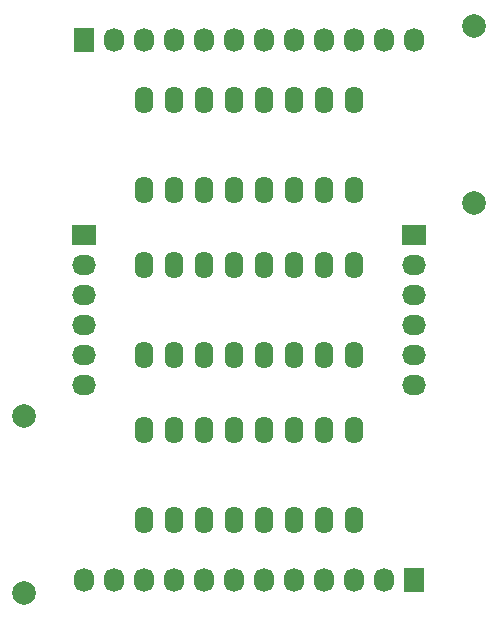
<source format=gbs>
G04 #@! TF.FileFunction,Soldermask,Bot*
%FSLAX46Y46*%
G04 Gerber Fmt 4.6, Leading zero omitted, Abs format (unit mm)*
G04 Created by KiCad (PCBNEW (2015-10-31 BZR 6288)-product) date Tuesday, November 24, 2015 'PMt' 10:06:46 PM*
%MOMM*%
G01*
G04 APERTURE LIST*
%ADD10C,0.100000*%
%ADD11R,2.032000X1.727200*%
%ADD12O,2.032000X1.727200*%
%ADD13R,1.727200X2.032000*%
%ADD14O,1.727200X2.032000*%
%ADD15C,1.998980*%
%ADD16O,1.600000X2.300000*%
G04 APERTURE END LIST*
D10*
D11*
X167640000Y-97790000D03*
D12*
X167640000Y-100330000D03*
X167640000Y-102870000D03*
X167640000Y-105410000D03*
X167640000Y-107950000D03*
X167640000Y-110490000D03*
D11*
X139700000Y-97790000D03*
D12*
X139700000Y-100330000D03*
X139700000Y-102870000D03*
X139700000Y-105410000D03*
X139700000Y-107950000D03*
X139700000Y-110490000D03*
D13*
X139700000Y-81280000D03*
D14*
X142240000Y-81280000D03*
X144780000Y-81280000D03*
X147320000Y-81280000D03*
X149860000Y-81280000D03*
X152400000Y-81280000D03*
X154940000Y-81280000D03*
X157480000Y-81280000D03*
X160020000Y-81280000D03*
X162560000Y-81280000D03*
X165100000Y-81280000D03*
X167640000Y-81280000D03*
D13*
X167640000Y-127000000D03*
D14*
X165100000Y-127000000D03*
X162560000Y-127000000D03*
X160020000Y-127000000D03*
X157480000Y-127000000D03*
X154940000Y-127000000D03*
X152400000Y-127000000D03*
X149860000Y-127000000D03*
X147320000Y-127000000D03*
X144780000Y-127000000D03*
X142240000Y-127000000D03*
X139700000Y-127000000D03*
D15*
X172720000Y-80130000D03*
X172720000Y-95130000D03*
X134620000Y-128150000D03*
X134620000Y-113150000D03*
D16*
X144780000Y-107950000D03*
X147320000Y-107950000D03*
X149860000Y-107950000D03*
X152400000Y-107950000D03*
X154940000Y-107950000D03*
X157480000Y-107950000D03*
X160020000Y-107950000D03*
X162560000Y-107950000D03*
X162560000Y-100330000D03*
X160020000Y-100330000D03*
X157480000Y-100330000D03*
X154940000Y-100330000D03*
X152400000Y-100330000D03*
X149860000Y-100330000D03*
X147320000Y-100330000D03*
X144780000Y-100330000D03*
X144780000Y-93980000D03*
X147320000Y-93980000D03*
X149860000Y-93980000D03*
X152400000Y-93980000D03*
X154940000Y-93980000D03*
X157480000Y-93980000D03*
X160020000Y-93980000D03*
X162560000Y-93980000D03*
X162560000Y-86360000D03*
X160020000Y-86360000D03*
X157480000Y-86360000D03*
X154940000Y-86360000D03*
X152400000Y-86360000D03*
X149860000Y-86360000D03*
X147320000Y-86360000D03*
X144780000Y-86360000D03*
X144780000Y-121920000D03*
X147320000Y-121920000D03*
X149860000Y-121920000D03*
X152400000Y-121920000D03*
X154940000Y-121920000D03*
X157480000Y-121920000D03*
X160020000Y-121920000D03*
X162560000Y-121920000D03*
X162560000Y-114300000D03*
X160020000Y-114300000D03*
X157480000Y-114300000D03*
X154940000Y-114300000D03*
X152400000Y-114300000D03*
X149860000Y-114300000D03*
X147320000Y-114300000D03*
X144780000Y-114300000D03*
M02*

</source>
